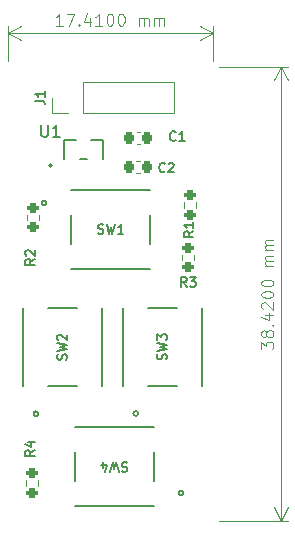
<source format=gbr>
%TF.GenerationSoftware,KiCad,Pcbnew,8.0.1*%
%TF.CreationDate,2025-01-22T19:40:40-07:00*%
%TF.ProjectId,Button,42757474-6f6e-42e6-9b69-6361645f7063,rev?*%
%TF.SameCoordinates,Original*%
%TF.FileFunction,Legend,Top*%
%TF.FilePolarity,Positive*%
%FSLAX46Y46*%
G04 Gerber Fmt 4.6, Leading zero omitted, Abs format (unit mm)*
G04 Created by KiCad (PCBNEW 8.0.1) date 2025-01-22 19:40:40*
%MOMM*%
%LPD*%
G01*
G04 APERTURE LIST*
G04 Aperture macros list*
%AMRoundRect*
0 Rectangle with rounded corners*
0 $1 Rounding radius*
0 $2 $3 $4 $5 $6 $7 $8 $9 X,Y pos of 4 corners*
0 Add a 4 corners polygon primitive as box body*
4,1,4,$2,$3,$4,$5,$6,$7,$8,$9,$2,$3,0*
0 Add four circle primitives for the rounded corners*
1,1,$1+$1,$2,$3*
1,1,$1+$1,$4,$5*
1,1,$1+$1,$6,$7*
1,1,$1+$1,$8,$9*
0 Add four rect primitives between the rounded corners*
20,1,$1+$1,$2,$3,$4,$5,0*
20,1,$1+$1,$4,$5,$6,$7,0*
20,1,$1+$1,$6,$7,$8,$9,0*
20,1,$1+$1,$8,$9,$2,$3,0*%
G04 Aperture macros list end*
%ADD10C,0.100000*%
%ADD11C,0.150000*%
%ADD12C,0.152400*%
%ADD13C,0.120000*%
%ADD14R,0.609600X1.320800*%
%ADD15RoundRect,0.225000X-0.225000X-0.250000X0.225000X-0.250000X0.225000X0.250000X-0.225000X0.250000X0*%
%ADD16R,1.549908X1.400048*%
%ADD17RoundRect,0.200000X0.275000X-0.200000X0.275000X0.200000X-0.275000X0.200000X-0.275000X-0.200000X0*%
%ADD18R,1.400048X1.549908*%
%ADD19R,1.700000X1.700000*%
%ADD20O,1.700000X1.700000*%
G04 APERTURE END LIST*
D10*
X205627419Y-86696665D02*
X205627419Y-86077618D01*
X205627419Y-86077618D02*
X206008371Y-86410951D01*
X206008371Y-86410951D02*
X206008371Y-86268094D01*
X206008371Y-86268094D02*
X206055990Y-86172856D01*
X206055990Y-86172856D02*
X206103609Y-86125237D01*
X206103609Y-86125237D02*
X206198847Y-86077618D01*
X206198847Y-86077618D02*
X206436942Y-86077618D01*
X206436942Y-86077618D02*
X206532180Y-86125237D01*
X206532180Y-86125237D02*
X206579800Y-86172856D01*
X206579800Y-86172856D02*
X206627419Y-86268094D01*
X206627419Y-86268094D02*
X206627419Y-86553808D01*
X206627419Y-86553808D02*
X206579800Y-86649046D01*
X206579800Y-86649046D02*
X206532180Y-86696665D01*
X206055990Y-85506189D02*
X206008371Y-85601427D01*
X206008371Y-85601427D02*
X205960752Y-85649046D01*
X205960752Y-85649046D02*
X205865514Y-85696665D01*
X205865514Y-85696665D02*
X205817895Y-85696665D01*
X205817895Y-85696665D02*
X205722657Y-85649046D01*
X205722657Y-85649046D02*
X205675038Y-85601427D01*
X205675038Y-85601427D02*
X205627419Y-85506189D01*
X205627419Y-85506189D02*
X205627419Y-85315713D01*
X205627419Y-85315713D02*
X205675038Y-85220475D01*
X205675038Y-85220475D02*
X205722657Y-85172856D01*
X205722657Y-85172856D02*
X205817895Y-85125237D01*
X205817895Y-85125237D02*
X205865514Y-85125237D01*
X205865514Y-85125237D02*
X205960752Y-85172856D01*
X205960752Y-85172856D02*
X206008371Y-85220475D01*
X206008371Y-85220475D02*
X206055990Y-85315713D01*
X206055990Y-85315713D02*
X206055990Y-85506189D01*
X206055990Y-85506189D02*
X206103609Y-85601427D01*
X206103609Y-85601427D02*
X206151228Y-85649046D01*
X206151228Y-85649046D02*
X206246466Y-85696665D01*
X206246466Y-85696665D02*
X206436942Y-85696665D01*
X206436942Y-85696665D02*
X206532180Y-85649046D01*
X206532180Y-85649046D02*
X206579800Y-85601427D01*
X206579800Y-85601427D02*
X206627419Y-85506189D01*
X206627419Y-85506189D02*
X206627419Y-85315713D01*
X206627419Y-85315713D02*
X206579800Y-85220475D01*
X206579800Y-85220475D02*
X206532180Y-85172856D01*
X206532180Y-85172856D02*
X206436942Y-85125237D01*
X206436942Y-85125237D02*
X206246466Y-85125237D01*
X206246466Y-85125237D02*
X206151228Y-85172856D01*
X206151228Y-85172856D02*
X206103609Y-85220475D01*
X206103609Y-85220475D02*
X206055990Y-85315713D01*
X206532180Y-84696665D02*
X206579800Y-84649046D01*
X206579800Y-84649046D02*
X206627419Y-84696665D01*
X206627419Y-84696665D02*
X206579800Y-84744284D01*
X206579800Y-84744284D02*
X206532180Y-84696665D01*
X206532180Y-84696665D02*
X206627419Y-84696665D01*
X205960752Y-83791904D02*
X206627419Y-83791904D01*
X205579800Y-84029999D02*
X206294085Y-84268094D01*
X206294085Y-84268094D02*
X206294085Y-83649047D01*
X205722657Y-83315713D02*
X205675038Y-83268094D01*
X205675038Y-83268094D02*
X205627419Y-83172856D01*
X205627419Y-83172856D02*
X205627419Y-82934761D01*
X205627419Y-82934761D02*
X205675038Y-82839523D01*
X205675038Y-82839523D02*
X205722657Y-82791904D01*
X205722657Y-82791904D02*
X205817895Y-82744285D01*
X205817895Y-82744285D02*
X205913133Y-82744285D01*
X205913133Y-82744285D02*
X206055990Y-82791904D01*
X206055990Y-82791904D02*
X206627419Y-83363332D01*
X206627419Y-83363332D02*
X206627419Y-82744285D01*
X205627419Y-82125237D02*
X205627419Y-82029999D01*
X205627419Y-82029999D02*
X205675038Y-81934761D01*
X205675038Y-81934761D02*
X205722657Y-81887142D01*
X205722657Y-81887142D02*
X205817895Y-81839523D01*
X205817895Y-81839523D02*
X206008371Y-81791904D01*
X206008371Y-81791904D02*
X206246466Y-81791904D01*
X206246466Y-81791904D02*
X206436942Y-81839523D01*
X206436942Y-81839523D02*
X206532180Y-81887142D01*
X206532180Y-81887142D02*
X206579800Y-81934761D01*
X206579800Y-81934761D02*
X206627419Y-82029999D01*
X206627419Y-82029999D02*
X206627419Y-82125237D01*
X206627419Y-82125237D02*
X206579800Y-82220475D01*
X206579800Y-82220475D02*
X206532180Y-82268094D01*
X206532180Y-82268094D02*
X206436942Y-82315713D01*
X206436942Y-82315713D02*
X206246466Y-82363332D01*
X206246466Y-82363332D02*
X206008371Y-82363332D01*
X206008371Y-82363332D02*
X205817895Y-82315713D01*
X205817895Y-82315713D02*
X205722657Y-82268094D01*
X205722657Y-82268094D02*
X205675038Y-82220475D01*
X205675038Y-82220475D02*
X205627419Y-82125237D01*
X205627419Y-81172856D02*
X205627419Y-81077618D01*
X205627419Y-81077618D02*
X205675038Y-80982380D01*
X205675038Y-80982380D02*
X205722657Y-80934761D01*
X205722657Y-80934761D02*
X205817895Y-80887142D01*
X205817895Y-80887142D02*
X206008371Y-80839523D01*
X206008371Y-80839523D02*
X206246466Y-80839523D01*
X206246466Y-80839523D02*
X206436942Y-80887142D01*
X206436942Y-80887142D02*
X206532180Y-80934761D01*
X206532180Y-80934761D02*
X206579800Y-80982380D01*
X206579800Y-80982380D02*
X206627419Y-81077618D01*
X206627419Y-81077618D02*
X206627419Y-81172856D01*
X206627419Y-81172856D02*
X206579800Y-81268094D01*
X206579800Y-81268094D02*
X206532180Y-81315713D01*
X206532180Y-81315713D02*
X206436942Y-81363332D01*
X206436942Y-81363332D02*
X206246466Y-81410951D01*
X206246466Y-81410951D02*
X206008371Y-81410951D01*
X206008371Y-81410951D02*
X205817895Y-81363332D01*
X205817895Y-81363332D02*
X205722657Y-81315713D01*
X205722657Y-81315713D02*
X205675038Y-81268094D01*
X205675038Y-81268094D02*
X205627419Y-81172856D01*
X206627419Y-79649046D02*
X205960752Y-79649046D01*
X206055990Y-79649046D02*
X206008371Y-79601427D01*
X206008371Y-79601427D02*
X205960752Y-79506189D01*
X205960752Y-79506189D02*
X205960752Y-79363332D01*
X205960752Y-79363332D02*
X206008371Y-79268094D01*
X206008371Y-79268094D02*
X206103609Y-79220475D01*
X206103609Y-79220475D02*
X206627419Y-79220475D01*
X206103609Y-79220475D02*
X206008371Y-79172856D01*
X206008371Y-79172856D02*
X205960752Y-79077618D01*
X205960752Y-79077618D02*
X205960752Y-78934761D01*
X205960752Y-78934761D02*
X206008371Y-78839522D01*
X206008371Y-78839522D02*
X206103609Y-78791903D01*
X206103609Y-78791903D02*
X206627419Y-78791903D01*
X206627419Y-78315713D02*
X205960752Y-78315713D01*
X206055990Y-78315713D02*
X206008371Y-78268094D01*
X206008371Y-78268094D02*
X205960752Y-78172856D01*
X205960752Y-78172856D02*
X205960752Y-78029999D01*
X205960752Y-78029999D02*
X206008371Y-77934761D01*
X206008371Y-77934761D02*
X206103609Y-77887142D01*
X206103609Y-77887142D02*
X206627419Y-77887142D01*
X206103609Y-77887142D02*
X206008371Y-77839523D01*
X206008371Y-77839523D02*
X205960752Y-77744285D01*
X205960752Y-77744285D02*
X205960752Y-77601428D01*
X205960752Y-77601428D02*
X206008371Y-77506189D01*
X206008371Y-77506189D02*
X206103609Y-77458570D01*
X206103609Y-77458570D02*
X206627419Y-77458570D01*
X202050000Y-62820000D02*
X207856420Y-62820000D01*
X202050000Y-101240000D02*
X207856420Y-101240000D01*
X207270000Y-62820000D02*
X207270000Y-101240000D01*
X207270000Y-62820000D02*
X207270000Y-101240000D01*
X207270000Y-62820000D02*
X207856421Y-63946504D01*
X207270000Y-62820000D02*
X206683579Y-63946504D01*
X207270000Y-101240000D02*
X206683579Y-100113496D01*
X207270000Y-101240000D02*
X207856421Y-100113496D01*
X188797381Y-59317419D02*
X188225953Y-59317419D01*
X188511667Y-59317419D02*
X188511667Y-58317419D01*
X188511667Y-58317419D02*
X188416429Y-58460276D01*
X188416429Y-58460276D02*
X188321191Y-58555514D01*
X188321191Y-58555514D02*
X188225953Y-58603133D01*
X189130715Y-58317419D02*
X189797381Y-58317419D01*
X189797381Y-58317419D02*
X189368810Y-59317419D01*
X190178334Y-59222180D02*
X190225953Y-59269800D01*
X190225953Y-59269800D02*
X190178334Y-59317419D01*
X190178334Y-59317419D02*
X190130715Y-59269800D01*
X190130715Y-59269800D02*
X190178334Y-59222180D01*
X190178334Y-59222180D02*
X190178334Y-59317419D01*
X191083095Y-58650752D02*
X191083095Y-59317419D01*
X190845000Y-58269800D02*
X190606905Y-58984085D01*
X190606905Y-58984085D02*
X191225952Y-58984085D01*
X192130714Y-59317419D02*
X191559286Y-59317419D01*
X191845000Y-59317419D02*
X191845000Y-58317419D01*
X191845000Y-58317419D02*
X191749762Y-58460276D01*
X191749762Y-58460276D02*
X191654524Y-58555514D01*
X191654524Y-58555514D02*
X191559286Y-58603133D01*
X192749762Y-58317419D02*
X192845000Y-58317419D01*
X192845000Y-58317419D02*
X192940238Y-58365038D01*
X192940238Y-58365038D02*
X192987857Y-58412657D01*
X192987857Y-58412657D02*
X193035476Y-58507895D01*
X193035476Y-58507895D02*
X193083095Y-58698371D01*
X193083095Y-58698371D02*
X193083095Y-58936466D01*
X193083095Y-58936466D02*
X193035476Y-59126942D01*
X193035476Y-59126942D02*
X192987857Y-59222180D01*
X192987857Y-59222180D02*
X192940238Y-59269800D01*
X192940238Y-59269800D02*
X192845000Y-59317419D01*
X192845000Y-59317419D02*
X192749762Y-59317419D01*
X192749762Y-59317419D02*
X192654524Y-59269800D01*
X192654524Y-59269800D02*
X192606905Y-59222180D01*
X192606905Y-59222180D02*
X192559286Y-59126942D01*
X192559286Y-59126942D02*
X192511667Y-58936466D01*
X192511667Y-58936466D02*
X192511667Y-58698371D01*
X192511667Y-58698371D02*
X192559286Y-58507895D01*
X192559286Y-58507895D02*
X192606905Y-58412657D01*
X192606905Y-58412657D02*
X192654524Y-58365038D01*
X192654524Y-58365038D02*
X192749762Y-58317419D01*
X193702143Y-58317419D02*
X193797381Y-58317419D01*
X193797381Y-58317419D02*
X193892619Y-58365038D01*
X193892619Y-58365038D02*
X193940238Y-58412657D01*
X193940238Y-58412657D02*
X193987857Y-58507895D01*
X193987857Y-58507895D02*
X194035476Y-58698371D01*
X194035476Y-58698371D02*
X194035476Y-58936466D01*
X194035476Y-58936466D02*
X193987857Y-59126942D01*
X193987857Y-59126942D02*
X193940238Y-59222180D01*
X193940238Y-59222180D02*
X193892619Y-59269800D01*
X193892619Y-59269800D02*
X193797381Y-59317419D01*
X193797381Y-59317419D02*
X193702143Y-59317419D01*
X193702143Y-59317419D02*
X193606905Y-59269800D01*
X193606905Y-59269800D02*
X193559286Y-59222180D01*
X193559286Y-59222180D02*
X193511667Y-59126942D01*
X193511667Y-59126942D02*
X193464048Y-58936466D01*
X193464048Y-58936466D02*
X193464048Y-58698371D01*
X193464048Y-58698371D02*
X193511667Y-58507895D01*
X193511667Y-58507895D02*
X193559286Y-58412657D01*
X193559286Y-58412657D02*
X193606905Y-58365038D01*
X193606905Y-58365038D02*
X193702143Y-58317419D01*
X195225953Y-59317419D02*
X195225953Y-58650752D01*
X195225953Y-58745990D02*
X195273572Y-58698371D01*
X195273572Y-58698371D02*
X195368810Y-58650752D01*
X195368810Y-58650752D02*
X195511667Y-58650752D01*
X195511667Y-58650752D02*
X195606905Y-58698371D01*
X195606905Y-58698371D02*
X195654524Y-58793609D01*
X195654524Y-58793609D02*
X195654524Y-59317419D01*
X195654524Y-58793609D02*
X195702143Y-58698371D01*
X195702143Y-58698371D02*
X195797381Y-58650752D01*
X195797381Y-58650752D02*
X195940238Y-58650752D01*
X195940238Y-58650752D02*
X196035477Y-58698371D01*
X196035477Y-58698371D02*
X196083096Y-58793609D01*
X196083096Y-58793609D02*
X196083096Y-59317419D01*
X196559286Y-59317419D02*
X196559286Y-58650752D01*
X196559286Y-58745990D02*
X196606905Y-58698371D01*
X196606905Y-58698371D02*
X196702143Y-58650752D01*
X196702143Y-58650752D02*
X196845000Y-58650752D01*
X196845000Y-58650752D02*
X196940238Y-58698371D01*
X196940238Y-58698371D02*
X196987857Y-58793609D01*
X196987857Y-58793609D02*
X196987857Y-59317419D01*
X196987857Y-58793609D02*
X197035476Y-58698371D01*
X197035476Y-58698371D02*
X197130714Y-58650752D01*
X197130714Y-58650752D02*
X197273571Y-58650752D01*
X197273571Y-58650752D02*
X197368810Y-58698371D01*
X197368810Y-58698371D02*
X197416429Y-58793609D01*
X197416429Y-58793609D02*
X197416429Y-59317419D01*
X184140000Y-62320000D02*
X184140000Y-59373580D01*
X201550000Y-62320000D02*
X201550000Y-59373580D01*
X184140000Y-59960000D02*
X201550000Y-59960000D01*
X184140000Y-59960000D02*
X201550000Y-59960000D01*
X184140000Y-59960000D02*
X185266504Y-59373579D01*
X184140000Y-59960000D02*
X185266504Y-60546421D01*
X201550000Y-59960000D02*
X200423496Y-60546421D01*
X201550000Y-59960000D02*
X200423496Y-59373579D01*
D11*
X186988095Y-67734819D02*
X186988095Y-68544342D01*
X186988095Y-68544342D02*
X187035714Y-68639580D01*
X187035714Y-68639580D02*
X187083333Y-68687200D01*
X187083333Y-68687200D02*
X187178571Y-68734819D01*
X187178571Y-68734819D02*
X187369047Y-68734819D01*
X187369047Y-68734819D02*
X187464285Y-68687200D01*
X187464285Y-68687200D02*
X187511904Y-68639580D01*
X187511904Y-68639580D02*
X187559523Y-68544342D01*
X187559523Y-68544342D02*
X187559523Y-67734819D01*
X188559523Y-68734819D02*
X187988095Y-68734819D01*
X188273809Y-68734819D02*
X188273809Y-67734819D01*
X188273809Y-67734819D02*
X188178571Y-67877676D01*
X188178571Y-67877676D02*
X188083333Y-67972914D01*
X188083333Y-67972914D02*
X187988095Y-68020533D01*
X197456667Y-71646104D02*
X197418571Y-71684200D01*
X197418571Y-71684200D02*
X197304286Y-71722295D01*
X197304286Y-71722295D02*
X197228095Y-71722295D01*
X197228095Y-71722295D02*
X197113809Y-71684200D01*
X197113809Y-71684200D02*
X197037619Y-71608009D01*
X197037619Y-71608009D02*
X196999524Y-71531819D01*
X196999524Y-71531819D02*
X196961428Y-71379438D01*
X196961428Y-71379438D02*
X196961428Y-71265152D01*
X196961428Y-71265152D02*
X196999524Y-71112771D01*
X196999524Y-71112771D02*
X197037619Y-71036580D01*
X197037619Y-71036580D02*
X197113809Y-70960390D01*
X197113809Y-70960390D02*
X197228095Y-70922295D01*
X197228095Y-70922295D02*
X197304286Y-70922295D01*
X197304286Y-70922295D02*
X197418571Y-70960390D01*
X197418571Y-70960390D02*
X197456667Y-70998485D01*
X197761428Y-70998485D02*
X197799524Y-70960390D01*
X197799524Y-70960390D02*
X197875714Y-70922295D01*
X197875714Y-70922295D02*
X198066190Y-70922295D01*
X198066190Y-70922295D02*
X198142381Y-70960390D01*
X198142381Y-70960390D02*
X198180476Y-70998485D01*
X198180476Y-70998485D02*
X198218571Y-71074676D01*
X198218571Y-71074676D02*
X198218571Y-71150866D01*
X198218571Y-71150866D02*
X198180476Y-71265152D01*
X198180476Y-71265152D02*
X197723333Y-71722295D01*
X197723333Y-71722295D02*
X198218571Y-71722295D01*
X191793332Y-76904200D02*
X191907618Y-76942295D01*
X191907618Y-76942295D02*
X192098094Y-76942295D01*
X192098094Y-76942295D02*
X192174285Y-76904200D01*
X192174285Y-76904200D02*
X192212380Y-76866104D01*
X192212380Y-76866104D02*
X192250475Y-76789914D01*
X192250475Y-76789914D02*
X192250475Y-76713723D01*
X192250475Y-76713723D02*
X192212380Y-76637533D01*
X192212380Y-76637533D02*
X192174285Y-76599438D01*
X192174285Y-76599438D02*
X192098094Y-76561342D01*
X192098094Y-76561342D02*
X191945713Y-76523247D01*
X191945713Y-76523247D02*
X191869523Y-76485152D01*
X191869523Y-76485152D02*
X191831428Y-76447057D01*
X191831428Y-76447057D02*
X191793332Y-76370866D01*
X191793332Y-76370866D02*
X191793332Y-76294676D01*
X191793332Y-76294676D02*
X191831428Y-76218485D01*
X191831428Y-76218485D02*
X191869523Y-76180390D01*
X191869523Y-76180390D02*
X191945713Y-76142295D01*
X191945713Y-76142295D02*
X192136190Y-76142295D01*
X192136190Y-76142295D02*
X192250475Y-76180390D01*
X192517142Y-76142295D02*
X192707618Y-76942295D01*
X192707618Y-76942295D02*
X192859999Y-76370866D01*
X192859999Y-76370866D02*
X193012380Y-76942295D01*
X193012380Y-76942295D02*
X193202857Y-76142295D01*
X193926666Y-76942295D02*
X193469523Y-76942295D01*
X193698095Y-76942295D02*
X193698095Y-76142295D01*
X193698095Y-76142295D02*
X193621904Y-76256580D01*
X193621904Y-76256580D02*
X193545714Y-76332771D01*
X193545714Y-76332771D02*
X193469523Y-76370866D01*
X199296667Y-81432295D02*
X199030000Y-81051342D01*
X198839524Y-81432295D02*
X198839524Y-80632295D01*
X198839524Y-80632295D02*
X199144286Y-80632295D01*
X199144286Y-80632295D02*
X199220476Y-80670390D01*
X199220476Y-80670390D02*
X199258571Y-80708485D01*
X199258571Y-80708485D02*
X199296667Y-80784676D01*
X199296667Y-80784676D02*
X199296667Y-80898961D01*
X199296667Y-80898961D02*
X199258571Y-80975152D01*
X199258571Y-80975152D02*
X199220476Y-81013247D01*
X199220476Y-81013247D02*
X199144286Y-81051342D01*
X199144286Y-81051342D02*
X198839524Y-81051342D01*
X199563333Y-80632295D02*
X200058571Y-80632295D01*
X200058571Y-80632295D02*
X199791905Y-80937057D01*
X199791905Y-80937057D02*
X199906190Y-80937057D01*
X199906190Y-80937057D02*
X199982381Y-80975152D01*
X199982381Y-80975152D02*
X200020476Y-81013247D01*
X200020476Y-81013247D02*
X200058571Y-81089438D01*
X200058571Y-81089438D02*
X200058571Y-81279914D01*
X200058571Y-81279914D02*
X200020476Y-81356104D01*
X200020476Y-81356104D02*
X199982381Y-81394200D01*
X199982381Y-81394200D02*
X199906190Y-81432295D01*
X199906190Y-81432295D02*
X199677619Y-81432295D01*
X199677619Y-81432295D02*
X199601428Y-81394200D01*
X199601428Y-81394200D02*
X199563333Y-81356104D01*
X198356667Y-69006104D02*
X198318571Y-69044200D01*
X198318571Y-69044200D02*
X198204286Y-69082295D01*
X198204286Y-69082295D02*
X198128095Y-69082295D01*
X198128095Y-69082295D02*
X198013809Y-69044200D01*
X198013809Y-69044200D02*
X197937619Y-68968009D01*
X197937619Y-68968009D02*
X197899524Y-68891819D01*
X197899524Y-68891819D02*
X197861428Y-68739438D01*
X197861428Y-68739438D02*
X197861428Y-68625152D01*
X197861428Y-68625152D02*
X197899524Y-68472771D01*
X197899524Y-68472771D02*
X197937619Y-68396580D01*
X197937619Y-68396580D02*
X198013809Y-68320390D01*
X198013809Y-68320390D02*
X198128095Y-68282295D01*
X198128095Y-68282295D02*
X198204286Y-68282295D01*
X198204286Y-68282295D02*
X198318571Y-68320390D01*
X198318571Y-68320390D02*
X198356667Y-68358485D01*
X199118571Y-69082295D02*
X198661428Y-69082295D01*
X198890000Y-69082295D02*
X198890000Y-68282295D01*
X198890000Y-68282295D02*
X198813809Y-68396580D01*
X198813809Y-68396580D02*
X198737619Y-68472771D01*
X198737619Y-68472771D02*
X198661428Y-68510866D01*
X197564201Y-87591669D02*
X197602296Y-87477383D01*
X197602296Y-87477383D02*
X197602296Y-87286907D01*
X197602296Y-87286907D02*
X197564201Y-87210716D01*
X197564201Y-87210716D02*
X197526105Y-87172621D01*
X197526105Y-87172621D02*
X197449915Y-87134526D01*
X197449915Y-87134526D02*
X197373724Y-87134526D01*
X197373724Y-87134526D02*
X197297534Y-87172621D01*
X197297534Y-87172621D02*
X197259439Y-87210716D01*
X197259439Y-87210716D02*
X197221343Y-87286907D01*
X197221343Y-87286907D02*
X197183248Y-87439288D01*
X197183248Y-87439288D02*
X197145153Y-87515478D01*
X197145153Y-87515478D02*
X197107058Y-87553573D01*
X197107058Y-87553573D02*
X197030867Y-87591669D01*
X197030867Y-87591669D02*
X196954677Y-87591669D01*
X196954677Y-87591669D02*
X196878486Y-87553573D01*
X196878486Y-87553573D02*
X196840391Y-87515478D01*
X196840391Y-87515478D02*
X196802296Y-87439288D01*
X196802296Y-87439288D02*
X196802296Y-87248811D01*
X196802296Y-87248811D02*
X196840391Y-87134526D01*
X196802296Y-86867859D02*
X197602296Y-86677383D01*
X197602296Y-86677383D02*
X197030867Y-86525002D01*
X197030867Y-86525002D02*
X197602296Y-86372621D01*
X197602296Y-86372621D02*
X196802296Y-86182145D01*
X196802296Y-85953573D02*
X196802296Y-85458335D01*
X196802296Y-85458335D02*
X197107058Y-85725001D01*
X197107058Y-85725001D02*
X197107058Y-85610716D01*
X197107058Y-85610716D02*
X197145153Y-85534525D01*
X197145153Y-85534525D02*
X197183248Y-85496430D01*
X197183248Y-85496430D02*
X197259439Y-85458335D01*
X197259439Y-85458335D02*
X197449915Y-85458335D01*
X197449915Y-85458335D02*
X197526105Y-85496430D01*
X197526105Y-85496430D02*
X197564201Y-85534525D01*
X197564201Y-85534525D02*
X197602296Y-85610716D01*
X197602296Y-85610716D02*
X197602296Y-85839287D01*
X197602296Y-85839287D02*
X197564201Y-85915478D01*
X197564201Y-85915478D02*
X197526105Y-85953573D01*
X186452295Y-79103332D02*
X186071342Y-79369999D01*
X186452295Y-79560475D02*
X185652295Y-79560475D01*
X185652295Y-79560475D02*
X185652295Y-79255713D01*
X185652295Y-79255713D02*
X185690390Y-79179523D01*
X185690390Y-79179523D02*
X185728485Y-79141428D01*
X185728485Y-79141428D02*
X185804676Y-79103332D01*
X185804676Y-79103332D02*
X185918961Y-79103332D01*
X185918961Y-79103332D02*
X185995152Y-79141428D01*
X185995152Y-79141428D02*
X186033247Y-79179523D01*
X186033247Y-79179523D02*
X186071342Y-79255713D01*
X186071342Y-79255713D02*
X186071342Y-79560475D01*
X185728485Y-78798571D02*
X185690390Y-78760475D01*
X185690390Y-78760475D02*
X185652295Y-78684285D01*
X185652295Y-78684285D02*
X185652295Y-78493809D01*
X185652295Y-78493809D02*
X185690390Y-78417618D01*
X185690390Y-78417618D02*
X185728485Y-78379523D01*
X185728485Y-78379523D02*
X185804676Y-78341428D01*
X185804676Y-78341428D02*
X185880866Y-78341428D01*
X185880866Y-78341428D02*
X185995152Y-78379523D01*
X185995152Y-78379523D02*
X186452295Y-78836666D01*
X186452295Y-78836666D02*
X186452295Y-78341428D01*
X186492295Y-65696666D02*
X187063723Y-65696666D01*
X187063723Y-65696666D02*
X187178009Y-65734761D01*
X187178009Y-65734761D02*
X187254200Y-65810952D01*
X187254200Y-65810952D02*
X187292295Y-65925237D01*
X187292295Y-65925237D02*
X187292295Y-66001428D01*
X187292295Y-64896666D02*
X187292295Y-65353809D01*
X187292295Y-65125237D02*
X186492295Y-65125237D01*
X186492295Y-65125237D02*
X186606580Y-65201428D01*
X186606580Y-65201428D02*
X186682771Y-65277618D01*
X186682771Y-65277618D02*
X186720866Y-65353809D01*
X199872295Y-76733332D02*
X199491342Y-76999999D01*
X199872295Y-77190475D02*
X199072295Y-77190475D01*
X199072295Y-77190475D02*
X199072295Y-76885713D01*
X199072295Y-76885713D02*
X199110390Y-76809523D01*
X199110390Y-76809523D02*
X199148485Y-76771428D01*
X199148485Y-76771428D02*
X199224676Y-76733332D01*
X199224676Y-76733332D02*
X199338961Y-76733332D01*
X199338961Y-76733332D02*
X199415152Y-76771428D01*
X199415152Y-76771428D02*
X199453247Y-76809523D01*
X199453247Y-76809523D02*
X199491342Y-76885713D01*
X199491342Y-76885713D02*
X199491342Y-77190475D01*
X199872295Y-75971428D02*
X199872295Y-76428571D01*
X199872295Y-76199999D02*
X199072295Y-76199999D01*
X199072295Y-76199999D02*
X199186580Y-76276190D01*
X199186580Y-76276190D02*
X199262771Y-76352380D01*
X199262771Y-76352380D02*
X199300866Y-76428571D01*
X194251669Y-96315801D02*
X194137383Y-96277705D01*
X194137383Y-96277705D02*
X193946907Y-96277705D01*
X193946907Y-96277705D02*
X193870716Y-96315801D01*
X193870716Y-96315801D02*
X193832621Y-96353896D01*
X193832621Y-96353896D02*
X193794526Y-96430086D01*
X193794526Y-96430086D02*
X193794526Y-96506277D01*
X193794526Y-96506277D02*
X193832621Y-96582467D01*
X193832621Y-96582467D02*
X193870716Y-96620562D01*
X193870716Y-96620562D02*
X193946907Y-96658658D01*
X193946907Y-96658658D02*
X194099288Y-96696753D01*
X194099288Y-96696753D02*
X194175478Y-96734848D01*
X194175478Y-96734848D02*
X194213573Y-96772943D01*
X194213573Y-96772943D02*
X194251669Y-96849134D01*
X194251669Y-96849134D02*
X194251669Y-96925324D01*
X194251669Y-96925324D02*
X194213573Y-97001515D01*
X194213573Y-97001515D02*
X194175478Y-97039610D01*
X194175478Y-97039610D02*
X194099288Y-97077705D01*
X194099288Y-97077705D02*
X193908811Y-97077705D01*
X193908811Y-97077705D02*
X193794526Y-97039610D01*
X193527859Y-97077705D02*
X193337383Y-96277705D01*
X193337383Y-96277705D02*
X193185002Y-96849134D01*
X193185002Y-96849134D02*
X193032621Y-96277705D01*
X193032621Y-96277705D02*
X192842145Y-97077705D01*
X192194525Y-96811039D02*
X192194525Y-96277705D01*
X192385001Y-97115801D02*
X192575478Y-96544372D01*
X192575478Y-96544372D02*
X192080239Y-96544372D01*
X189104199Y-87611669D02*
X189142294Y-87497383D01*
X189142294Y-87497383D02*
X189142294Y-87306907D01*
X189142294Y-87306907D02*
X189104199Y-87230716D01*
X189104199Y-87230716D02*
X189066103Y-87192621D01*
X189066103Y-87192621D02*
X188989913Y-87154526D01*
X188989913Y-87154526D02*
X188913722Y-87154526D01*
X188913722Y-87154526D02*
X188837532Y-87192621D01*
X188837532Y-87192621D02*
X188799437Y-87230716D01*
X188799437Y-87230716D02*
X188761341Y-87306907D01*
X188761341Y-87306907D02*
X188723246Y-87459288D01*
X188723246Y-87459288D02*
X188685151Y-87535478D01*
X188685151Y-87535478D02*
X188647056Y-87573573D01*
X188647056Y-87573573D02*
X188570865Y-87611669D01*
X188570865Y-87611669D02*
X188494675Y-87611669D01*
X188494675Y-87611669D02*
X188418484Y-87573573D01*
X188418484Y-87573573D02*
X188380389Y-87535478D01*
X188380389Y-87535478D02*
X188342294Y-87459288D01*
X188342294Y-87459288D02*
X188342294Y-87268811D01*
X188342294Y-87268811D02*
X188380389Y-87154526D01*
X188342294Y-86887859D02*
X189142294Y-86697383D01*
X189142294Y-86697383D02*
X188570865Y-86545002D01*
X188570865Y-86545002D02*
X189142294Y-86392621D01*
X189142294Y-86392621D02*
X188342294Y-86202145D01*
X188418484Y-85935478D02*
X188380389Y-85897382D01*
X188380389Y-85897382D02*
X188342294Y-85821192D01*
X188342294Y-85821192D02*
X188342294Y-85630716D01*
X188342294Y-85630716D02*
X188380389Y-85554525D01*
X188380389Y-85554525D02*
X188418484Y-85516430D01*
X188418484Y-85516430D02*
X188494675Y-85478335D01*
X188494675Y-85478335D02*
X188570865Y-85478335D01*
X188570865Y-85478335D02*
X188685151Y-85516430D01*
X188685151Y-85516430D02*
X189142294Y-85973573D01*
X189142294Y-85973573D02*
X189142294Y-85478335D01*
X186422295Y-95273332D02*
X186041342Y-95539999D01*
X186422295Y-95730475D02*
X185622295Y-95730475D01*
X185622295Y-95730475D02*
X185622295Y-95425713D01*
X185622295Y-95425713D02*
X185660390Y-95349523D01*
X185660390Y-95349523D02*
X185698485Y-95311428D01*
X185698485Y-95311428D02*
X185774676Y-95273332D01*
X185774676Y-95273332D02*
X185888961Y-95273332D01*
X185888961Y-95273332D02*
X185965152Y-95311428D01*
X185965152Y-95311428D02*
X186003247Y-95349523D01*
X186003247Y-95349523D02*
X186041342Y-95425713D01*
X186041342Y-95425713D02*
X186041342Y-95730475D01*
X185888961Y-94587618D02*
X186422295Y-94587618D01*
X185584200Y-94778094D02*
X186155628Y-94968571D01*
X186155628Y-94968571D02*
X186155628Y-94473332D01*
D12*
%TO.C,U1*%
X187902000Y-71135200D02*
G75*
G02*
X187648000Y-71135200I-127000J0D01*
G01*
X187648000Y-71135200D02*
G75*
G02*
X187902000Y-71135200I127000J0D01*
G01*
X190257539Y-70642200D02*
X190882461Y-70642200D01*
X192222000Y-70642200D02*
X192222000Y-68988200D01*
X192222000Y-68988200D02*
X191207540Y-68988200D01*
X188918000Y-68988200D02*
X188918000Y-70642200D01*
X189932460Y-68988200D02*
X188918000Y-68988200D01*
D13*
%TO.C,C2*%
X195044421Y-70800400D02*
X195325581Y-70800400D01*
X195044421Y-71820400D02*
X195325581Y-71820400D01*
D12*
%TO.C,SW1*%
X189532600Y-75362763D02*
X189532600Y-77797237D01*
X189532600Y-79907400D02*
X196187400Y-79907400D01*
X196187400Y-73252600D02*
X189532600Y-73252600D01*
X196187400Y-77797237D02*
X196187400Y-75362763D01*
X187424201Y-74329999D02*
G75*
G02*
X187017801Y-74329999I-203200J0D01*
G01*
X187017801Y-74329999D02*
G75*
G02*
X187424201Y-74329999I203200J0D01*
G01*
D13*
%TO.C,R3*%
X198897500Y-79182258D02*
X198897500Y-78707742D01*
X199942500Y-79182258D02*
X199942500Y-78707742D01*
%TO.C,C1*%
X195054421Y-68320400D02*
X195335581Y-68320400D01*
X195054421Y-69340400D02*
X195335581Y-69340400D01*
D12*
%TO.C,SW3*%
X193912601Y-83197602D02*
X193912601Y-89852402D01*
X196022764Y-89852402D02*
X198457238Y-89852402D01*
X198457238Y-83197602D02*
X196022764Y-83197602D01*
X200567401Y-89852402D02*
X200567401Y-83197602D01*
X195193200Y-92164001D02*
G75*
G02*
X194786800Y-92164001I-203200J0D01*
G01*
X194786800Y-92164001D02*
G75*
G02*
X195193200Y-92164001I203200J0D01*
G01*
D13*
%TO.C,R2*%
X185747500Y-75802258D02*
X185747500Y-75327742D01*
X186792500Y-75802258D02*
X186792500Y-75327742D01*
%TO.C,J1*%
X187930000Y-66760000D02*
X187930000Y-65430000D01*
X189260000Y-66760000D02*
X187930000Y-66760000D01*
X190530000Y-64100000D02*
X198210000Y-64100000D01*
X190530000Y-66760000D02*
X190530000Y-64100000D01*
X190530000Y-66760000D02*
X198210000Y-66760000D01*
X198210000Y-66760000D02*
X198210000Y-64100000D01*
%TO.C,R1*%
X199057500Y-74732258D02*
X199057500Y-74257742D01*
X200102500Y-74732258D02*
X200102500Y-74257742D01*
D12*
%TO.C,SW4*%
X189857602Y-95422764D02*
X189857602Y-97857238D01*
X189857602Y-99967401D02*
X196512402Y-99967401D01*
X196512402Y-93312601D02*
X189857602Y-93312601D01*
X196512402Y-97857238D02*
X196512402Y-95422764D01*
X199027201Y-98890002D02*
G75*
G02*
X198620801Y-98890002I-203200J0D01*
G01*
X198620801Y-98890002D02*
G75*
G02*
X199027201Y-98890002I203200J0D01*
G01*
%TO.C,SW2*%
X185452599Y-83217602D02*
X185452599Y-89872402D01*
X187562762Y-89872402D02*
X189997236Y-89872402D01*
X189997236Y-83217602D02*
X187562762Y-83217602D01*
X192107399Y-89872402D02*
X192107399Y-83217602D01*
X186733198Y-92184001D02*
G75*
G02*
X186326798Y-92184001I-203200J0D01*
G01*
X186326798Y-92184001D02*
G75*
G02*
X186733198Y-92184001I203200J0D01*
G01*
D13*
%TO.C,R4*%
X185657500Y-98302258D02*
X185657500Y-97827742D01*
X186702500Y-98302258D02*
X186702500Y-97827742D01*
%TD*%
%LPC*%
D14*
%TO.C,U1*%
X189619999Y-70830400D03*
X191520001Y-70830400D03*
X190570000Y-68800000D03*
%TD*%
D15*
%TO.C,C2*%
X194410001Y-71310400D03*
X195960001Y-71310400D03*
%TD*%
D16*
%TO.C,SW1*%
X188885002Y-74329999D03*
X188885002Y-78830001D03*
X196834998Y-74329999D03*
X196834998Y-78830001D03*
%TD*%
D17*
%TO.C,R3*%
X199420000Y-79770000D03*
X199420000Y-78120000D03*
%TD*%
D15*
%TO.C,C1*%
X194420001Y-68830400D03*
X195970001Y-68830400D03*
%TD*%
D18*
%TO.C,SW3*%
X194990000Y-90500000D03*
X199490002Y-90500000D03*
X194990000Y-82550004D03*
X199490002Y-82550004D03*
%TD*%
D17*
%TO.C,R2*%
X186270000Y-76390000D03*
X186270000Y-74740000D03*
%TD*%
D19*
%TO.C,J1*%
X189260000Y-65430000D03*
D20*
X191800000Y-65430000D03*
X194340000Y-65430000D03*
X196880000Y-65430000D03*
%TD*%
D17*
%TO.C,R1*%
X199580000Y-75320000D03*
X199580000Y-73670000D03*
%TD*%
D16*
%TO.C,SW4*%
X197160000Y-98890002D03*
X197160000Y-94390000D03*
X189210004Y-98890002D03*
X189210004Y-94390000D03*
%TD*%
D18*
%TO.C,SW2*%
X186529998Y-90520000D03*
X191030000Y-90520000D03*
X186529998Y-82570004D03*
X191030000Y-82570004D03*
%TD*%
D17*
%TO.C,R4*%
X186180000Y-98890000D03*
X186180000Y-97240000D03*
%TD*%
%LPD*%
M02*

</source>
